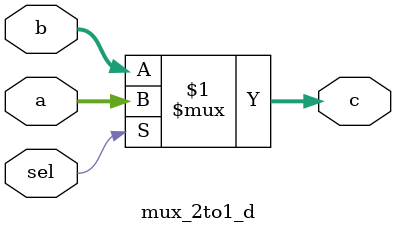
<source format=v>
module mux_2to1_d #(parameter width = 16)(
    input wire [width-1:0] a,
    input wire [width-1:0] b,
    input wire sel,
    output [width-1:0] c
);

    assign c = sel ? a : b;

endmodule

</source>
